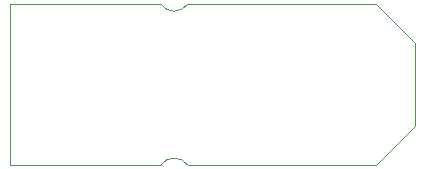
<source format=gbr>
G04 #@! TF.FileFunction,Profile,NP*
%FSLAX46Y46*%
G04 Gerber Fmt 4.6, Leading zero omitted, Abs format (unit mm)*
G04 Created by KiCad (PCBNEW 4.0.1-3.201512221402+6198~38~ubuntu14.04.1-stable) date Tue 02 Feb 2016 05:40:22 PM CET*
%MOMM*%
G01*
G04 APERTURE LIST*
%ADD10C,0.020000*%
%ADD11C,0.010000*%
G04 APERTURE END LIST*
D10*
D11*
X137970000Y-175560000D02*
X150730000Y-175560000D01*
X152990000Y-175560000D02*
X168970000Y-175560000D01*
X150730079Y-175560113D02*
G75*
G03X152990000Y-175560000I1129921J800113D01*
G01*
X168970000Y-189160000D02*
X152990000Y-189160000D01*
X137970000Y-189160000D02*
X150730000Y-189160000D01*
X152989921Y-189159887D02*
G75*
G03X150730000Y-189160000I-1129921J-800113D01*
G01*
X172269000Y-185857000D02*
X172269000Y-178857000D01*
X168969000Y-189157000D02*
X172269000Y-185857000D01*
X168969000Y-175557000D02*
X172269000Y-178857000D01*
X137969000Y-175557000D02*
X137969000Y-189157000D01*
M02*

</source>
